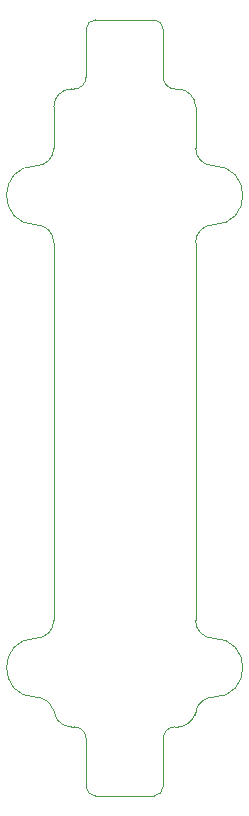
<source format=gbr>
%TF.GenerationSoftware,KiCad,Pcbnew,(5.1.10)-1*%
%TF.CreationDate,2021-07-16T11:56:50-07:00*%
%TF.ProjectId,slider,736c6964-6572-42e6-9b69-6361645f7063,rev?*%
%TF.SameCoordinates,Original*%
%TF.FileFunction,Profile,NP*%
%FSLAX46Y46*%
G04 Gerber Fmt 4.6, Leading zero omitted, Abs format (unit mm)*
G04 Created by KiCad (PCBNEW (5.1.10)-1) date 2021-07-16 11:56:50*
%MOMM*%
%LPD*%
G01*
G04 APERTURE LIST*
%TA.AperFunction,Profile*%
%ADD10C,0.100000*%
%TD*%
%TA.AperFunction,Profile*%
%ADD11C,0.120000*%
%TD*%
G04 APERTURE END LIST*
D10*
X106080872Y-123514124D02*
X105919128Y-123985876D01*
X93919128Y-123514124D02*
X94080872Y-123985876D01*
X106080872Y-123514124D02*
G75*
G02*
X107500000Y-122500000I1419128J-485876D01*
G01*
X107500000Y-117500000D02*
G75*
G02*
X106000000Y-116000000I0J1500000D01*
G01*
X107500000Y-117500000D02*
G75*
G02*
X107500000Y-122500000I0J-2500000D01*
G01*
X94000000Y-116000000D02*
G75*
G02*
X92500000Y-117500000I-1500000J0D01*
G01*
X93919128Y-123514124D02*
G75*
G03*
X92500000Y-122500000I-1419128J-485876D01*
G01*
X92500000Y-122500000D02*
G75*
G02*
X92500000Y-117500000I0J2500000D01*
G01*
X106000000Y-84000000D02*
G75*
G02*
X107500000Y-82500000I1500000J0D01*
G01*
X107500000Y-77500000D02*
G75*
G02*
X106000000Y-76000000I0J1500000D01*
G01*
X107500000Y-77500000D02*
G75*
G02*
X107500000Y-82500000I0J-2500000D01*
G01*
X94000000Y-76000000D02*
G75*
G02*
X92500000Y-77500000I-1500000J0D01*
G01*
X92500000Y-82500000D02*
G75*
G02*
X94000000Y-84000000I0J-1500000D01*
G01*
X92500000Y-82500000D02*
G75*
G02*
X92500000Y-77500000I0J2500000D01*
G01*
X94000000Y-84000000D02*
X94000000Y-116000000D01*
X94000000Y-72500000D02*
X94000000Y-76000000D01*
X95730000Y-71000000D02*
X95500000Y-71000000D01*
X104500000Y-71000000D02*
X104270000Y-71000000D01*
X106000000Y-76000000D02*
X106000000Y-72500000D01*
X106000000Y-116000000D02*
X106000000Y-84000000D01*
X104270000Y-125000000D02*
X104500000Y-125000000D01*
X95500000Y-125000000D02*
X95730000Y-125000000D01*
X105919128Y-123985876D02*
G75*
G02*
X104500000Y-125000000I-1419128J485876D01*
G01*
X94080872Y-123985876D02*
G75*
G03*
X95500000Y-125000000I1419128J485876D01*
G01*
X104500000Y-71000000D02*
G75*
G02*
X106000000Y-72500000I0J-1500000D01*
G01*
X94000000Y-72500000D02*
G75*
G02*
X95500000Y-71000000I1500000J0D01*
G01*
D11*
%TO.C,J3*%
X103270000Y-65950000D02*
X103270000Y-70000000D01*
X102470000Y-65150000D02*
X97530000Y-65150000D01*
X96730000Y-65950000D02*
X96730000Y-70000000D01*
X96730000Y-65950000D02*
G75*
G02*
X97530000Y-65150000I800000J0D01*
G01*
X103270000Y-65950000D02*
G75*
G03*
X102470000Y-65150000I-800000J0D01*
G01*
X95730000Y-71000000D02*
G75*
G03*
X96730000Y-70000000I0J1000000D01*
G01*
X104270000Y-71000000D02*
G75*
G02*
X103270000Y-70000000I0J1000000D01*
G01*
%TO.C,J1*%
X96730000Y-130050000D02*
X96730000Y-126000000D01*
X97530000Y-130850000D02*
X102470000Y-130850000D01*
X103270000Y-130050000D02*
X103270000Y-126000000D01*
X103270000Y-130050000D02*
G75*
G02*
X102470000Y-130850000I-800000J0D01*
G01*
X96730000Y-130050000D02*
G75*
G03*
X97530000Y-130850000I800000J0D01*
G01*
X104270000Y-125000000D02*
G75*
G03*
X103270000Y-126000000I0J-1000000D01*
G01*
X95730000Y-125000000D02*
G75*
G02*
X96730000Y-126000000I0J-1000000D01*
G01*
%TD*%
M02*

</source>
